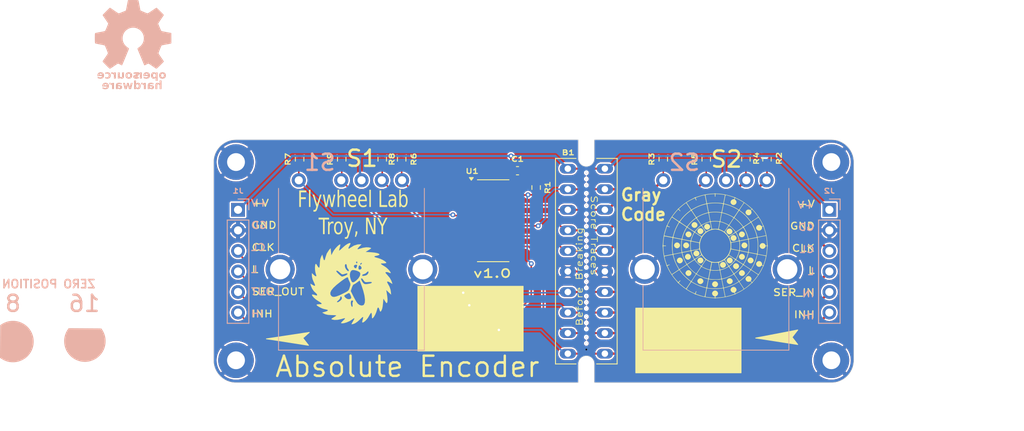
<source format=kicad_pcb>
(kicad_pcb (version 20240108) (generator "pcbnew") (generator_version "8.0")
  (layers (0 "F.Cu" signal) (31 "B.Cu" signal) (34 "B.Paste" user) (35 "F.Paste" user) (36 "B.SilkS" user "B.Silkscreen") (37 "F.SilkS" user "F.Silkscreen") (38 "B.Mask" user) (39 "F.Mask" user) (44 "Edge.Cuts" user))
  (net 0 "")
  (net 1 "GND")
  (net 2 "/LOAD")
  (net 3 "/SER_OUT")
  (net 4 "/CLK")
  (net 5 "VDD")
  (net 6 "/INH")
  (net 7 "/D0")
  (net 8 "/D1")
  (net 9 "/SER_IN")
  (net 10 "/D2")
  (net 11 "/D3")
  (net 12 "/D4")
  (net 13 "/D5")
  (net 14 "/D6")
  (net 16 "/D7")
  (footprint "Package_SO:SOIC-16_3.9x9.9mm_P1.27mm" (layer "F.Cu") (at 204.5 70)
    (property "Reference" "U1" (at -2.6 -6.119806 0) (layer "F.SilkS") (effects (font (size 0.6 0.8))))
    (property "Value" "74LS165")
    (pad "1" smd roundrect (at -2.475 -4.445) (size 1.95 0.6) (layers "F.Cu" "F.Paste" "F.Mask") (net 2 "/LOAD"))
    (pad "2" smd roundrect (at -2.475 -3.175) (size 1.95 0.6) (layers "F.Cu" "F.Paste" "F.Mask") (net 4 "/CLK"))
    (pad "3" smd roundrect (at -2.475 -1.905) (size 1.95 0.6) (layers "F.Cu" "F.Paste" "F.Mask") (net 12 "/D4"))
    (pad "4" smd roundrect (at -2.475 -0.635) (size 1.95 0.6) (layers "F.Cu" "F.Paste" "F.Mask") (net 13 "/D5"))
    (pad "5" smd roundrect (at -2.475 0.635) (size 1.95 0.6) (layers "F.Cu" "F.Paste" "F.Mask") (net 14 "/D6"))
    (pad "6" smd roundrect (at -2.475 1.905) (size 1.95 0.6) (layers "F.Cu" "F.Paste" "F.Mask") (net 16 "/D7"))
    (pad "7" smd roundrect (at -2.475 3.175) (size 1.95 0.6) (layers "F.Cu" "F.Paste" "F.Mask"))
    (pad "8" smd roundrect (at -2.475 4.445) (size 1.95 0.6) (layers "F.Cu" "F.Paste" "F.Mask") (net 1 "GND"))
    (pad "9" smd roundrect (at 2.475 4.445) (size 1.95 0.6) (layers "F.Cu" "F.Paste" "F.Mask") (net 3 "/SER_OUT"))
    (pad "10" smd roundrect (at 2.475 3.175) (size 1.95 0.6) (layers "F.Cu" "F.Paste" "F.Mask") (net 9 "/SER_IN"))
    (pad "11" smd roundrect (at 2.475 1.905) (size 1.95 0.6) (layers "F.Cu" "F.Paste" "F.Mask") (net 7 "/D0"))
    (pad "12" smd roundrect (at 2.475 0.635) (size 1.95 0.6) (layers "F.Cu" "F.Paste" "F.Mask") (net 8 "/D1"))
    (pad "13" smd roundrect (at 2.475 -0.635) (size 1.95 0.6) (layers "F.Cu" "F.Paste" "F.Mask") (net 10 "/D2"))
    (pad "14" smd roundrect (at 2.475 -1.905) (size 1.95 0.6) (layers "F.Cu" "F.Paste" "F.Mask") (net 11 "/D3"))
    (pad "15" smd roundrect (at 2.475 -3.175) (size 1.95 0.6) (layers "F.Cu" "F.Paste" "F.Mask") (net 6 "/INH"))
    (pad "16" smd roundrect (at 2.475 -4.445) (size 1.95 0.6) (layers "F.Cu" "F.Paste" "F.Mask") (net 5 "VDD"))
  )
  (footprint "MountingHole:MountingHole_2.2mm_M2_Pad_TopBottom" (layer "F.Cu") (at 172.75 62.75)
    (property "Reference" "H4" (hide yes))
    (property "Value" "Mount PTH")
    (pad "1" thru_hole circle (at 0 0) (size 2.6 2.6) (drill 2.2) (layers "*.Cu" "*.Mask") (net 1 "GND"))
    (pad "1" connect circle (at 0 0) (size 4.4 4.4) (layers "F.Cu" "F.Mask") (net 1 "GND"))
    (pad "1" connect circle (at 0 0) (size 4.4 4.4) (layers "B.Cu" "B.Mask") (net 1 "GND"))
  )
  (footprint "AbsoluteEncoder:Breakaway_10pos" (layer "F.Cu") (at 213.714 63.57)
    (property "Reference" "B1" (at 0.048 -1.99 180) (layer "F.SilkS") (effects (font (size 0.6 0.8))))
    (property "Value" "~")
    (fp_line (start 1 0) (end 3.572 -0.006934) (stroke (width 0.25)) (layer "F.Cu"))
    (fp_line (start 1 2.54) (end 3.572 2.533066) (stroke (width 0.25)) (layer "F.Cu"))
    (fp_line (start 1 5.08) (end 3.572 5.073066) (stroke (width 0.25)) (layer "F.Cu"))
    (fp_line (start 1 7.62) (end 3.572 7.613066) (stroke (width 0.25)) (layer "F.Cu"))
    (fp_line (start 1 10.16) (end 3.572 10.153066) (stroke (width 0.25)) (layer "F.Cu"))
    (fp_line (start 1 12.7) (end 3.572 12.693066) (stroke (width 0.25)) (layer "F.Cu"))
    (fp_line (start 1 15.24) (end 3.572 15.233066) (stroke (width 0.25)) (layer "F.Cu"))
    (fp_line (start 1 17.78) (end 3.572 17.78) (stroke (width 0.25)) (layer "F.Cu"))
    (fp_line (start 1 20.32) (end 3.572 20.32) (stroke (width 0.25)) (layer "F.Cu"))
    (fp_line (start 1 22.86) (end 3.572 22.86) (stroke (width 0.25)) (layer "F.Cu"))
    (fp_text user "Score Traces" (at 2.786 3.23 -90) (layer "F.SilkS") (effects (font (size 0.762 1.016) (thickness 0.1016)) (justify left bottom)))
    (fp_text user "Before Breaking" (at 1.886 19.53 90) (layer "F.SilkS") (effects (font (size 0.762 1.016) (thickness 0.1016)) (justify left bottom)))
    (pad "" np_thru_hole custom (at 2.286 0.508) (size 0.2 0.2) (drill 0.508) (layers "F&B.Cu" "*.Mask") (options (clearance outline) (anchor circle)) (primitives))
    (pad "" np_thru_hole custom (at 2.286 1.27) (size 0.2 0.2) (drill 0.508) (layers "F&B.Cu" "*.Mask") (options (clearance outline) (anchor circle)) (primitives))
    (pad "" np_thru_hole custom (at 2.286 2.032) (size 0.2 0.2) (drill 0.508) (layers "F&B.Cu" "*.Mask") (options (clearance outline) (anchor circle)) (primitives))
    (pad "" np_thru_hole custom (at 2.286 3.048) (size 0.2 0.2) (drill 0.508) (layers "F&B.Cu" "*.Mask") (options (clearance outline) (anchor circle)) (primitives))
    (pad "" np_thru_hole custom (at 2.286 3.81) (size 0.2 0.2) (drill 0.508) (layers "F&B.Cu" "*.Mask") (options (clearance outline) (anchor circle)) (primitives))
    (pad "" np_thru_hole custom (at 2.286 4.572) (size 0.2 0.2) (drill 0.508) (layers "F&B.Cu" "*.Mask") (options (clearance outline) (anchor circle)) (primitives))
    (pad "" np_thru_hole custom (at 2.286 5.588) (size 0.2 0.2) (drill 0.508) (layers "F&B.Cu" "*.Mask") (options (clearance outline) (anchor circle)) (primitives))
    (pad "" np_thru_hole custom (at 2.286 6.35) (size 0.2 0.2) (drill 0.508) (layers "F&B.Cu" "*.Mask") (options (clearance outline) (anchor circle)) (primitives))
    (pad "" np_thru_hole custom (at 2.286 7.112) (size 0.2 0.2) (drill 0.508) (layers "F&B.Cu" "*.Mask") (options (clearance outline) (anchor circle)) (primitives))
    (pad "" np_thru_hole custom (at 2.286 8.128) (size 0.2 0.2) (drill 0.508) (layers "F&B.Cu" "*.Mask") (options (clearance outline) (anchor circle)) (primitives))
    (pad "" np_thru_hole custom (at 2.286 8.89) (size 0.2 0.2) (drill 0.508) (layers "F&B.Cu" "*.Mask") (options (clearance outline) (anchor circle)) (primitives))
    (pad "" np_thru_hole custom (at 2.286 9.652) (size 0.2 0.2) (drill 0.508) (layers "F&B.Cu" "*.Mask") (options (clearance outline) (anchor circle)) (primitives))
    (pad "" np_thru_hole custom (at 2.286 10.668) (size 0.2 0.2) (drill 0.508) (layers "F&B.Cu" "*.Mask") (options (clearance outline) (anchor circle)) (primitives))
    (pad "" np_thru_hole custom (at 2.286 11.43) (size 0.2 0.2) (drill 0.508) (layers "F&B.Cu" "*.Mask") (options (clearance outline) (anchor circle)) (primitives))
    (pad "" np_thru_hole custom (at 2.286 12.192) (size 0.2 0.2) (drill 0.508) (layers "F&B.Cu" "*.Mask") (options (clearance outline) (anchor circle)) (primitives))
    (pad "" np_thru_hole custom (at 2.286 13.208) (size 0.2 0.2) (drill 0.508) (layers "F&B.Cu" "*.Mask") (options (clearance outline) (anchor circle)) (primitives))
    (pad "" np_thru_hole custom (at 2.286 13.97) (size 0.2 0.2) (drill 0.508) (layers "F&B.Cu" "*.Mask") (options (clearance outline) (anchor circle)) (primitives))
    (pad "" np_thru_hole custom (at 2.286 14.732) (size 0.2 0.2) (drill 0.508) (layers "F&B.Cu" "*.Mask") (options (clearance outline) (anchor circle)) (primitives))
    (pad "" np_thru_hole custom (at 2.286 15.748) (size 0.2 0.2) (drill 0.508) (layers "F&B.Cu" "*.Mask") (options (clearance outline) (anchor circle)) (primitives))
    (pad "" np_thru_hole custom (at 2.286 16.51) (size 0.2 0.2) (drill 0.508) (layers "F&B.Cu" "*.Mask") (options (clearance outline) (anchor circle)) (primitives))
    (pad "" np_thru_hole custom (at 2.286 17.272) (size 0.2 0.2) (drill 0.508) (layers "F&B.Cu" "*.Mask") (options (clearance outline) (anchor circle)) (primitives))
    (pad "" np_thru_hole custom (at 2.286 18.288) (size 0.2 0.2) (drill 0.508) (layers "F&B.Cu" "*.Mask") (options (clearance outline) (anchor circle)) (primitives))
    (pad "" np_thru_hole custom (at 2.286 19.05) (size 0.2 0.2) (drill 0.508) (layers "F&B.Cu" "*.Mask") (options (clearance outline) (anchor circle)) (primitives))
    (pad "" np_thru_hole custom (at 2.286 19.812) (size 0.2 0.2) (drill 0.508) (layers "F&B.Cu" "*.Mask") (options (clearance outline) (anchor circle)) (primitives))
    (pad "" np_thru_hole custom (at 2.286 20.828) (size 0.2 0.2) (drill 0.508) (layers "F&B.Cu" "*.Mask") (options (clearance outline) (anchor circle)) (primitives))
    (pad "" np_thru_hole custom (at 2.286 21.59) (size 0.2 0.2) (drill 0.508) (layers "F&B.Cu" "*.Mask") (options (clearance outline) (anchor circle)) (primitives))
    (pad "" np_thru_hole custom (at 2.286 22.352) (size 0.2 0.2) (drill 0.508) (layers "*.Mask") (options (clearance outline) (anchor circle)) (primitives))
    (pad "1" thru_hole oval (at 0 0 270) (size 1.2 2) (drill 0.8) (layers "*.Cu" "*.Mask") (net 5 "VDD"))
    (pad "1" thru_hole oval (at 4.572 -0.006934 270) (size 1.2 2) (drill 0.8) (layers "*.Cu" "*.Mask") (net 5 "VDD"))
    (pad "2" thru_hole oval (at 0 2.54 270) (size 1.2 2) (drill 0.8) (layers "*.Cu" "*.Mask") (net 8 "/D1"))
    (pad "2" thru_hole oval (at 4.572 2.533066 270) (size 1.2 2) (drill 0.8) (layers "*.Cu" "*.Mask") (net 8 "/D1"))
    (pad "3" thru_hole oval (at 0 5.08 270) (size 1.2 2) (drill 0.8) (layers "*.Cu" "*.Mask") (net 11 "/D3"))
    (pad "3" thru_hole oval (at 4.572 5.073066 270) (size 1.2 2) (drill 0.8) (layers "*.Cu" "*.Mask") (net 11 "/D3"))
    (pad "4" thru_hole oval (at 0 7.62 270) (size 1.2 2) (drill 0.8) (layers "*.Cu" "*.Mask") (net 10 "/D2"))
    (pad "4" thru_hole oval (at 4.572 7.613066 270) (size 1.2 2) (drill 0.8) (layers "*.Cu" "*.Mask") (net 10 "/D2"))
    (pad "5" thru_hole oval (at 0 10.16 270) (size 1.2 2) (drill 0.8) (layers "*.Cu" "*.Mask") (net 7 "/D0"))
    (pad "5" thru_hole oval (at 4.572 10.153066 270) (size 1.2 2) (drill 0.8) (layers "*.Cu" "*.Mask") (net 7 "/D0"))
    (pad "6" thru_hole oval (at 0 12.7 270) (size 1.2 2) (drill 0.8) (layers "*.Cu" "*.Mask") (net 1 "GND"))
    (pad "6" thru_hole oval (at 4.572 12.693066 270) (size 1.2 2) (drill 0.8) (layers "*.Cu" "*.Mask") (net 1 "GND"))
    (pad "7" thru_hole oval (at 0 15.24 270) (size 1.2 2) (drill 0.8) (layers "*.Cu" "*.Mask") (net 4 "/CLK"))
    (pad "7" thru_hole oval (at 4.572 15.233066 270) (size 1.2 2) (drill 0.8) (layers "*.Cu" "*.Mask") (net 4 "/CLK"))
    (pad "8" thru_hole oval (at 0 17.78 270) (size 1.2 2) (drill 0.8) (layers "*.Cu" "*.Mask") (net 2 "/LOAD"))
    (pad "8" thru_hole oval (at 4.572 17.78 270) (size 1.2 2) (drill 0.8) (layers "*.Cu" "*.Mask") (net 2 "/LOAD"))
    (pad "9" thru_hole oval (at 0 20.32 270) (size 1.2 2) (drill 0.8) (layers "*.Cu" "*.Mask") (net 9 "/SER_IN"))
    (pad "9" thru_hole oval (at 4.572 20.32 270) (size 1.2 2) (drill 0.8) (layers "*.Cu" "*.Mask") (net 9 "/SER_IN"))
    (pad "10" thru_hole oval (at 0 22.86 270) (size 1.2 2) (drill 0.8) (layers "*.Cu" "*.Mask") (net 6 "/INH"))
    (pad "10" thru_hole oval (at 4.572 22.86 270) (size 1.2 2) (drill 0.8) (layers "*.Cu" "*.Mask") (net 6 "/INH"))
  )
  (footprint "Resistor_SMD:R_0603_1608Metric" (layer "F.Cu") (at 230.8 62.4 90)
    (property "Reference" "R5" (at 0 -1.43 90) (layer "F.SilkS") (effects (font (size 0.6 0.8))))
    (property "Value" "100K")
    (pad "1" smd roundrect (at -0.825 0 90) (size 0.8 0.95) (layers "F.Cu" "F.Paste" "F.Mask") (net 11 "/D3"))
    (pad "2" smd roundrect (at 0.825 0 90) (size 0.8 0.95) (layers "F.Cu" "F.Paste" "F.Mask") (net 1 "GND"))
  )
  (footprint "MountingHole:MountingHole_2.2mm_M2_Pad_TopBottom" (layer "F.Cu") (at 246.25 87.25)
    (property "Reference" "H1" (hide yes))
    (property "Value" "Mount PTH")
    (pad "1" thru_hole circle (at 0 0) (size 2.6 2.6) (drill 2.2) (layers "*.Cu" "*.Mask") (net 1 "GND"))
    (pad "1" connect circle (at 0 0) (size 4.4 4.4) (layers "F.Cu" "F.Mask") (net 1 "GND"))
    (pad "1" connect circle (at 0 0) (size 4.4 4.4) (layers "B.Cu" "B.Mask") (net 1 "GND"))
  )
  (footprint "Resistor_SMD:R_0603_1608Metric" (layer "F.Cu") (at 193.2 62.4 90)
    (property "Reference" "R6" (at 0 1.5 90) (layer "F.SilkS") (effects (font (size 0.6 0.8))))
    (property "Value" "100K")
    (pad "1" smd roundrect (at -0.825 0 90) (size 0.8 0.95) (layers "F.Cu" "F.Paste" "F.Mask") (net 12 "/D4"))
    (pad "2" smd roundrect (at 0.825 0 90) (size 0.8 0.95) (layers "F.Cu" "F.Paste" "F.Mask") (net 1 "GND"))
  )
  (footprint "Resistor_SMD:R_0603_1608Metric" (layer "F.Cu") (at 180.6 62.4 90)
    (property "Reference" "R7" (at 0 -1.43 90) (layer "F.SilkS") (effects (font (size 0.6 0.8))))
    (property "Value" "100K")
    (pad "1" smd roundrect (at -0.825 0 90) (size 0.8 0.95) (layers "F.Cu" "F.Paste" "F.Mask") (net 13 "/D5"))
    (pad "2" smd roundrect (at 0.825 0 90) (size 0.8 0.95) (layers "F.Cu" "F.Paste" "F.Mask") (net 1 "GND"))
  )
  (footprint "Resistor_SMD:R_0603_1608Metric" (layer "F.Cu") (at 185.8 62.4 90)
    (property "Reference" "R9" (at 0 -1.43 90) (layer "F.SilkS") (effects (font (size 0.6 0.8))))
    (property "Value" "100K")
    (pad "1" smd roundrect (at -0.825 0 90) (size 0.8 0.95) (layers "F.Cu" "F.Paste" "F.Mask") (net 16 "/D7"))
    (pad "2" smd roundrect (at 0.825 0 90) (size 0.8 0.95) (layers "F.Cu" "F.Paste" "F.Mask") (net 1 "GND"))
  )
  (footprint "MountingHole:MountingHole_2.2mm_M2_Pad_TopBottom" (layer "F.Cu") (at 172.75 87.25)
    (property "Reference" "H3" (hide yes))
    (property "Value" "Mount PTH")
    (pad "1" thru_hole circle (at 0 0) (size 2.6 2.6) (drill 2.2) (layers "*.Cu" "*.Mask") (net 1 "GND"))
    (pad "1" connect circle (at 0 0) (size 4.4 4.4) (layers "F.Cu" "F.Mask") (net 1 "GND"))
    (pad "1" connect circle (at 0 0) (size 4.4 4.4) (layers "B.Cu" "B.Mask") (net 1 "GND"))
  )
  (footprint "Flywheel:GrayCodeWheel" (layer "F.Cu") (at 231.9 73.1 180)
    (property "Reference" "G***" (hide yes))
    (property "Value" "LOGO" (hide yes))
  )
  (footprint "Resistor_SMD:R_0603_1608Metric" (layer "F.Cu") (at 235.7 62.4 90)
    (property "Reference" "R4" (at 0.1 1.3 90) (layer "F.SilkS") (effects (font (size 0.6 0.8))))
    (property "Value" "100K")
    (pad "1" smd roundrect (at -0.825 0 90) (size 0.8 0.95) (layers "F.Cu" "F.Paste" "F.Mask") (net 10 "/D2"))
    (pad "2" smd roundrect (at 0.825 0 90) (size 0.8 0.95) (layers "F.Cu" "F.Paste" "F.Mask") (net 1 "GND"))
  )
  (footprint "Resistor_SMD:R_0603_1608Metric" (layer "F.Cu") (at 225.5 62.4 90)
    (property "Reference" "R3" (at 0 -1.43 90) (layer "F.SilkS") (effects (font (size 0.6 0.8))))
    (property "Value" "100K")
    (pad "1" smd roundrect (at -0.825 0 90) (size 0.8 0.95) (layers "F.Cu" "F.Paste" "F.Mask") (net 8 "/D1"))
    (pad "2" smd roundrect (at 0.825 0 90) (size 0.8 0.95) (layers "F.Cu" "F.Paste" "F.Mask") (net 1 "GND"))
  )
  (footprint "Resistor_SMD:R_0603_1608Metric" (layer "F.Cu") (at 209.8 65.9 -90)
    (property "Reference" "R1" (at 0 -1.43 -90) (layer "F.SilkS") (effects (font (size 0.6 0.8))))
    (property "Value" "100K")
    (pad "1" smd roundrect (at -0.825 0 270) (size 0.8 0.95) (layers "F.Cu" "F.Paste" "F.Mask") (net 1 "GND"))
    (pad "2" smd roundrect (at 0.825 0 270) (size 0.8 0.95) (layers "F.Cu" "F.Paste" "F.Mask") (net 6 "/INH"))
  )
  (footprint "Capacitor_SMD:C_0603_1608Metric" (layer "F.Cu") (at 207.5 63.819804)
    (property "Reference" "C1" (at 0 -1.43 0) (layer "F.SilkS") (effects (font (size 0.6 0.8))))
    (property "Value" "0.1uF")
    (pad "1" smd roundrect (at -0.775 0) (size 0.9 0.95) (layers "F.Cu" "F.Paste" "F.Mask") (net 5 "VDD"))
    (pad "2" smd roundrect (at 0.775 0) (size 0.9 0.95) (layers "F.Cu" "F.Paste" "F.Mask") (net 1 "GND"))
  )
  (footprint "Resistor_SMD:R_0603_1608Metric" (layer "F.Cu") (at 190.8 62.4 90)
    (property "Reference" "R8" (at 0 1.2 90) (layer "F.SilkS") (effects (font (size 0.6 0.8))))
    (property "Value" "100K")
    (pad "1" smd roundrect (at -0.825 0 90) (size 0.8 0.95) (layers "F.Cu" "F.Paste" "F.Mask") (net 14 "/D6"))
    (pad "2" smd roundrect (at 0.825 0 90) (size 0.8 0.95) (layers "F.Cu" "F.Paste" "F.Mask") (net 1 "GND"))
  )
  (footprint "Resistor_SMD:R_0603_1608Metric" (layer "F.Cu") (at 238.3 62.4 90)
    (property "Reference" "R2" (at 0.1 1.5 90) (layer "F.SilkS") (effects (font (size 0.6 0.8) (thickness 0.15) (bold yes))))
    (property "Value" "100K")
    (pad "1" smd roundrect (at -0.825 0 90) (size 0.8 0.95) (layers "F.Cu" "F.Paste" "F.Mask") (net 7 "/D0"))
    (pad "2" smd roundrect (at 0.825 0 90) (size 0.8 0.95) (layers "F.Cu" "F.Paste" "F.Mask") (net 1 "GND"))
  )
  (footprint "MountingHole:MountingHole_2.2mm_M2_Pad_TopBottom" (layer "F.Cu") (at 246.25 62.75)
    (property "Reference" "H2" (hide yes))
    (property "Value" "Mount PTH")
    (pad "1" thru_hole circle (at 0 0) (size 2.6 2.6) (drill 2.2) (layers "*.Cu" "*.Mask") (net 1 "GND"))
    (pad "1" connect circle (at 0 0) (size 4.4 4.4) (layers "F.Cu" "F.Mask") (net 1 "GND"))
    (pad "1" connect circle (at 0 0) (size 4.4 4.4) (layers "B.Cu" "B.Mask") (net 1 "GND"))
  )
  (footprint "Flywheel:Flywheel_Logo" (layer "F.Cu") (at 187 77.8)
    (property "Reference" "G***" (hide yes))
    (property "Value" "LOGO" (hide yes))
  )
  (footprint "AbsoluteEncoder:PAC18R" (layer "B.Cu") (at 187 65)
    (property "Reference" "S1" (at -3.9 -2.2 0) (layer "B.SilkS") (effects (font (size 2 2) (thickness 0.3)) (justify mirror)))
    (property "Value" "~")
    (pad "1" thru_hole circle (at 6.249999 0) (size 1.75 1.75) (drill 1) (layers "*.Cu" "*.Mask") (net 12 "/D4"))
    (pad "2" thru_hole circle (at -6.5 0) (size 1.75 1.75) (drill 1) (layers "*.Cu" "*.Mask") (net 13 "/D5"))
    (pad "3" thru_hole circle (at 3.749999 0) (size 1.75 1.75) (drill 1) (layers "*.Cu" "*.Mask") (net 14 "/D6"))
    (pad "4" thru_hole circle (at -1.249999 0) (size 1.75 1.75) (drill 1) (layers "*.Cu" "*.Mask") (net 16 "/D7"))
    (pad "5" thru_hole circle (at 1.249999 0) (size 1.75 1.75) (drill 1) (layers "*.Cu" "*.Mask") (net 5 "VDD"))
    (pad "6" thru_hole circle (at -8.8 11) (size 3.6 3.6) (drill 2.5) (layers "*.Cu" "*.Mask") (net 1 "GND"))
    (pad "6" thru_hole circle (at 8.8 11) (size 3.6 3.6) (drill 2.5) (layers "*.Cu" "*.Mask") (net 1 "GND"))
  )
  (footprint "Flywheel:oshwa-logo-gear" (layer "B.Cu") (at 160.05 47 180)
    (property "Reference" "G***" (hide yes))
    (property "Value" "LOGO" (hide yes))
  )
  (footprint "Connector_PinHeader_2.54mm:PinHeader_1x06_P2.54mm_Vertical" (layer "B.Cu") (at 173 68.65 180)
    (property "Reference" "J1" (at 0 2.33 0) (layer "B.SilkS") (effects (font (size 0.6 0.8)) (justify mirror)))
    (property "Value" "PISO_OUT")
    (pad "1" thru_hole rect (at 0 0 180) (size 1.7 1.7) (drill 1) (layers "*.Cu" "*.Mask") (net 5 "VDD"))
    (pad "2" thru_hole oval (at 0 -2.54 180) (size 1.7 1.7) (drill 1) (layers "*.Cu" "*.Mask") (net 1 "GND"))
    (pad "3" thru_hole oval (at 0 -5.079999 180) (size 1.7 1.7) (drill 1) (layers "*.Cu" "*.Mask") (net 4 "/CLK"))
    (pad "4" thru_hole oval (at 0 -7.62 180) (size 1.7 1.7) (drill 1) (layers "*.Cu" "*.Mask") (net 2 "/LOAD"))
    (pad "5" thru_hole oval (at 0 -10.16 180) (size 1.7 1.7) (drill 1) (layers "*.Cu" "*.Mask") (net 3 "/SER_OUT"))
    (pad "6" thru_hole oval (at 0 -12.7 180) (size 1.7 1.7) (drill 1) (layers "*.Cu" "*.Mask") (net 6 "/INH"))
  )
  (footprint "Connector_PinHeader_2.54mm:PinHeader_1x06_P2.54mm_Vertical" (layer "B.Cu") (at 246 68.65 180)
    (property "Reference" "J2" (at 0 2.33 0) (layer "B.SilkS") (effects (font (size 0.6 0.8)) (justify mirror)))
    (property "Value" "PISO_IN")
    (pad "1" thru_hole rect (at 0 0 180) (size 1.7 1.7) (drill 1) (layers "*.Cu" "*.Mask") (net 5 "VDD"))
    (pad "2" thru_hole oval (at 0 -2.54 180) (size 1.7 1.7) (drill 1) (layers "*.Cu" "*.Mask") (net 1 "GND"))
    (pad "3" thru_hole oval (at 0 -5.08 180) (size 1.7 1.7) (drill 1) (layers "*.Cu" "*.Mask") (net 4 "/CLK"))
    (pad "4" thru_hole oval (at 0 -7.62 180) (size 1.7 1.7) (drill 1) (layers "*.Cu" "*.Mask") (net 2 "/LOAD"))
    (pad "5" thru_hole oval (at 0 -10.16 180) (size 1.7 1.7) (drill 1) (layers "*.Cu" "*.Mask") (net 9 "/SER_IN"))
    (pad "6" thru_hole oval (at 0 -12.7 180) (size 1.7 1.7) (drill 1) (layers "*.Cu" "*.Mask") (net 6 "/INH"))
  )
  (footprint "AbsoluteEncoder:PAC18R" (layer "B.Cu") (at 232 65)
    (property "Reference" "S2" (at -3.9 -2.2 0) (layer "B.SilkS") (effects (font (size 2 2) (thickness 0.3)) (justify mirror)))
    (property "Value" "~")
    (pad "1" thru_hole circle (at 6.249999 0) (size 1.75 1.75) (drill 1) (layers "*.Cu" "*.Mask") (net 7 "/D0"))
    (pad "2" thru_hole circle (at -6.5 0) (size 1.75 1.75) (drill 1) (layers "*.Cu" "*.Mask") (net 8 "/D1"))
    (pad "3" thru_hole circle (at 3.749999 0) (size 1.75 1.75) (drill 1) (layers "*.Cu" "*.Mask") (net 10 "/D2"))
    (pad "4" thru_hole circle (at -1.249999 0) (size 1.75 1.75) (drill 1) (layers "*.Cu" "*.Mask") (net 11 "/D3"))
    (pad "5" thru_hole circle (at 1.249999 0) (size 1.75 1.75) (drill 1) (layers "*.Cu" "*.Mask") (net 5 "VDD"))
    (pad "6" thru_hole circle (at -8.8 11) (size 3.6 3.6) (drill 2.5) (layers "*.Cu" "*.Mask") (net 1 "GND"))
    (pad "6" thru_hole circle (at 8.8 11) (size 3.6 3.6) (drill 2.5) (layers "*.Cu" "*.Mask") (net 1 "GND"))
  )
  (gr_poly (pts (arc (start 143.613885 86.936669) (mid 147.775074 84.954212) (end 143.64143 82.914942))) (fill solid) (layer "B.SilkS"))
  (gr_poly (pts (arc (start 152.092829 83.284068) (mid 154.075286 87.445257) (end 156.114556 83.311613))) (fill solid) (layer "B.SilkS"))
  (gr_poly (pts (xy 237.6 84.6) (xy 242.1 85.3) (xy 241.4 84.4) (xy 242.1 83.5) (xy 236.9 84.5)) (stroke (width 0.1)) (fill solid) (layer "F.SilkS"))
  (gr_rect (start 195.2 78.1) (end 208.2 86.1) (stroke (width 0.1)) (fill solid) (layer "F.SilkS"))
  (gr_poly (pts (xy 177.2 84.7) (xy 181.7 85.4) (xy 181 84.5) (xy 181.8 83.8) (xy 176.5 84.6)) (stroke (width 0.1)) (fill solid) (layer "F.SilkS"))
  (gr_rect (start 222.1 80.8) (end 235.1 88.8) (stroke (width 0.1)) (fill solid) (layer "F.SilkS"))
  (gr_arc (start 215 87.7) (mid 216 86.7) (end 217 87.7) (stroke (width 0.05)) (layer "Edge.Cuts"))
  (gr_line (start 216.999999 60) (end 246.25 60) (stroke (width 0.05)) (layer "Edge.Cuts"))
  (gr_arc (start 170 62.75) (mid 170.805456 60.805456) (end 172.75 60) (stroke (width 0.05)) (layer "Edge.Cuts"))
  (gr_line (start 249 87.25) (end 249 62.75) (stroke (width 0.05)) (layer "Edge.Cuts"))
  (gr_line (start 217 90) (end 246.25 90) (stroke (width 0.05)) (layer "Edge.Cuts"))
  (gr_line (start 217 87.7) (end 217 90) (stroke (width 0.05)) (layer "Edge.Cuts"))
  (gr_arc (start 246.25 60) (mid 248.194544 60.805456) (end 249 62.75) (stroke (width 0.05)) (layer "Edge.Cuts"))
  (gr_arc (start 217 62.3) (mid 216 63.3) (end 215 62.3) (stroke (width 0.05)) (layer "Edge.Cuts"))
  (gr_line (start 172.75 90) (end 215 90) (stroke (width 0.05)) (layer "Edge.Cuts"))
  (gr_arc (start 249 87.25) (mid 248.194544 89.194544) (end 246.25 90) (stroke (width 0.05)) (layer "Edge.Cuts"))
  (gr_line (start 217 62.3) (end 216.999999 60) (stroke (width 0.05)) (layer "Edge.Cuts"))
  (gr_line (start 215 62.3) (end 215 60) (stroke (width 0.05)) (layer "Edge.Cuts"))
  (gr_line (start 172.75 60) (end 215 60) (stroke (width 0.05)) (layer "Edge.Cuts"))
  (gr_line (start 215 87.7) (end 215 90) (stroke (width 0.05)) (layer "Edge.Cuts"))
  (gr_arc (start 172.75 90) (mid 170.805456 89.194544) (end 170 87.25) (stroke (width 0.05)) (layer "Edge.Cuts"))
  (gr_line (start 170 62.75) (end 170 87.25) (stroke (width 0.05)) (layer "Edge.Cuts"))
  (gr_text "8" (at 145.213885 81.406562 0) (layer "B.SilkS") (effects (font (size 2 2) (thickness 0.3)) (justify bottom mirror)))
  (gr_text "+V\n\nGD\n\nCL\n\nL\n\nOUT\n\nIH" (at 174.5 82 0) (layer "B.SilkS") (effects (font (size 0.85 1)) (justify right bottom mirror)))
  (gr_text "open" (at 162.2 52.6 0) (layer "B.SilkS") (effects (font (size 1 1) (thickness 0.2) (bold yes)) (justify bottom mirror)))
  (gr_text "+V\n\nGD\n\nCL\n\nL\n\nIN\n\nIH" (at 244.25 82.25 0) (layer "B.SilkS") (effects (font (size 0.85 1)) (justify left bottom mirror)))
  (gr_text "source" (at 158.2 52.6 0) (layer "B.SilkS") (effects (font (size 1 1) (thickness 0.2) (bold yes)) (justify bottom mirror)))
  (gr_text "16" (at 154.013885 81.406562 0) (layer "B.SilkS") (effects (font (size 2 2) (thickness 0.3)) (justify bottom mirror)))
  (gr_text "hardware" (at 159.925 53.9 0) (layer "B.SilkS") (effects (font (size 1 1) (thickness 0.2) (bold yes)) (justify bottom mirror)))
  (gr_text "ZERO POSITION" (at 149.613885 78.406562 0) (layer "B.SilkS") (effects (font (size 1 1) (thickness 0.2) (bold yes)) (justify bottom mirror)))
  (gr_text "S2" (at 233.3 62.4 0) (layer "F.SilkS") (effects (font (size 2 2) (thickness 0.3))))
  (gr_text "S1" (at 188.3 62.3 0) (layer "F.SilkS") (effects (font (size 2 2) (thickness 0.3))))
  (gr_text "Gray\nCode" (at 220.1 70.1 0) (layer "F.SilkS") (effects (font (size 1.5 1.5) (thickness 0.3) (bold yes)) (justify left bottom)))
  (gr_text "+V\n\nGND\n\nCLK\n\nL\n\nSER_OUT\n\nINH" (at 174.6 82 0) (layer "F.SilkS") (effects (font (size 0.85 1)) (justify left bottom)))
  (gr_text "Flywheel Lab\nTroy, NY" (at 187.2 72 0) (layer "F.SilkS") (effects (font (size 2 1.5) (thickness 0.1)) (justify bottom)))
  (gr_text "+V\n\nGND\n\nCLK\n\nL\n\nSER_IN\n\nINH" (at 244.3 82.1 0) (layer "F.SilkS") (effects (font (size 0.85 1)) (justify right bottom)))
  (gr_text "v1.0" (at 201.9 77.1 0) (layer "F.SilkS") (effects (font (size 1 1.5) (thickness 0.2) (bold yes)) (justify left bottom)))
  (gr_text "Absolute Encoder" (at 177.4 89.5 0) (layer "F.SilkS") (effects (font (size 2.5 2.5) (thickness 0.3)) (justify left bottom)))
  (segment (start 240.92 81.35) (end 246 76.27) (width 0.3) (layer "F.Cu") (net 2))
  (segment (start 205.1 76.9) (end 205.1 67.8) (width 0.2) (layer "F.Cu") (net 2))
  (segment (start 201.55 80.45) (end 205.1 76.9) (width 0.2) (layer "F.Cu") (net 2))
  (segment (start 177.23 80.5) (end 201.5 80.5) (width 0.2) (layer "F.Cu") (net 2))
  (segment (start 201.5 80.5) (end 201.55 80.45) (width 0.2) (layer "F.Cu") (net 2))
  (segment (start 218.286 81.35) (end 240.92 81.35) (width 0.3) (layer "F.Cu") (net 2))
  (segment (start 173 76.27) (end 177.23 80.5) (width 0.2) (layer "F.Cu") (net 2))
  (segment (start 205.1 67.8) (end 202.855 65.555) (width 0.2) (layer "F.Cu") (net 2))
  (segment (start 202.855 65.555) (end 202.025 65.555) (width 0.2) (layer "F.Cu") (net 2))
  (via (at 201.55 80.45) (size 0.6) (drill 0.3) (layers "F.Cu" "B.Cu") (net 2))
  (segment (start 212.814 80.45) (end 201.55 80.45) (width 0.2) (layer "B.Cu") (net 2))
  (segment (start 213.714 81.35) (end 212.814 80.45) (width 0.2) (layer "B.Cu") (net 2))
  (segment (start 206.975 78.025) (end 206.975 74.445) (width 0.2) (layer "F.Cu") (net 3))
  (segment (start 173 78.81) (end 176.19 82) (width 0.2) (layer "F.Cu") (net 3))
  (segment (start 176.19 82) (end 203 82) (width 0.2) (layer "F.Cu") (net 3))
  (segment (start 203 82) (end 206.975 78.025) (width 0.2) (layer "F.Cu") (net 3))
  (segment (start 200.7 79) (end 200.8 78.9) (width 0.2) (layer "F.Cu") (net 4))
  (segment (start 245.07 72.8) (end 246 73.73) (width 0.3) (layer "F.Cu") (net 4))
  (segment (start 233.3 72.8) (end 245.07 72.8) (width 0.3) (layer "F.Cu") (net 4))
  (segment (start 173 74) (end 178 79) (width 0.2) (layer "F.Cu") (net 4))
  (segment (start 227.296934 78.803066) (end 233.3 72.8) (width 0.3) (layer "F.Cu") (net 4))
  (segment (start 204 75.7) (end 204 67.9) (width 0.2) (layer "F.Cu") (net 4))
  (segment (start 200.8 78.9) (end 204 75.7) (width 0.2) (layer "F.Cu") (net 4))
  (segment (start 173 73.729999) (end 173 74) (width 0.2) (layer "F.Cu") (net 4))
  (segment (start 178 79) (end 200.7 79) (width 0.2) (layer "F.Cu") (net 4))
  (segment (start 218.286 78.803066) (end 227.296934 78.803066) (width 0.3) (layer "F.Cu") (net 4))
  (segment (start 202.925 66.825) (end 202.025 66.825) (width 0.2) (layer "F.Cu") (net 4))
  (segment (start 204 67.9) (end 202.925 66.825) (width 0.2) (layer "F.Cu") (net 4))
  (via (at 200.8 78.9) (size 0.6) (drill 0.3) (layers "F.Cu" "B.Cu") (net 4))
  (segment (start 213.714 78.81) (end 213.624 78.9) (width 0.2) (layer "B.Cu") (net 4))
  (segment (start 213.624 78.9) (end 200.8 78.9) (width 0.2) (layer "B.Cu") (net 4))
  (segment (start 206.975 65.555) (end 206.7 65.28) (width 0.3) (layer "F.Cu") (net 5))
  (segment (start 206.7 63.844804) (end 206.725 63.819804) (width 0.3) (layer "F.Cu") (net 5))
  (segment (start 206.7 62) (end 206.725 62.025) (width 0.3) (layer "F.Cu") (net 5))
  (segment (start 206.725 62.025) (end 206.725 63.819804) (width 0.3) (layer "F.Cu") (net 5))
  (segment (start 206.7 65.28) (end 206.7 63.844804) (width 0.3) (layer "F.Cu") (net 5))
  (via (at 206.7 62) (size 0.6) (drill 0.3) (layers "F.Cu" "B.Cu") (net 5))
  (segment (start 188.05 62) (end 179.7 62) (width 0.3) (layer "B.Cu") (net 5))
  (segment (start 206.7 62) (end 188.05 62) (width 0.3) (layer "B.Cu") (net 5))
  (segment (start 218.686934 63.563066) (end 220.25 62) (width 0.3) (layer "B.Cu") (net 5))
  (segment (start 233.05 64.819806) (end 233.05 62.05) (width 0.3) (layer "B.Cu") (net 5))
  (segment (start 206.7 62) (end 212.144 62) (width 0.3) (layer "B.Cu") (net 5))
  (segment (start 246 68.6) (end 246 68.65) (width 0.3) (layer "B.Cu") (net 5))
  (segment (start 218.286 63.563066) (end 218.686934 63.563066) (width 0.3) (layer "B.Cu") (net 5))
  (segment (start 173.05 68.65) (end 173 68.65) (width 0.3) (layer "B.Cu") (net 5))
  (segment (start 188.05 62) (end 188.05 64.819806) (width 0.3) (layer "B.Cu") (net 5))
  (segment (start 233.05 62.05) (end 233.1 62) (width 0.3) (layer "B.Cu") (net 5))
  (segment (start 220.25 62) (end 239.4 62) (width 0.3) (layer "B.Cu") (net 5))
  (segment (start 179.7 62) (end 173.05 68.65) (width 0.3) (layer "B.Cu") (net 5))
  (segment (start 212.144 62) (end 213.714 63.57) (width 0.3) (layer "B.Cu") (net 5))
  (segment (start 239.4 62) (end 246 68.6) (width 0.3) (layer "B.Cu") (net 5))
  (segment (start 209.79 66.71) (end 209.8 66.71) (width 0.2) (layer "F.Cu") (net 6))
  (segment (start 208.775 66.825) (end 206.975 66.825) (width 0.2) (layer "F.Cu") (net 6))
  (segment (start 175.15 83.5) (end 173 81.35) (width 0.2) (layer "F.Cu") (net 6))
  (segment (start 209.2 75.3) (end 209.2 79.5) (width 0.2) (layer "F.Cu") (net 6))
  (segment (start 208.8 66.8) (end 209.7 66.8) (width 0.2) (layer "F.Cu") (net 6))
  (segment (start 240.92 86.43) (end 246 81.35) (width 0.3) (layer "F.Cu") (net 6))
  (segment (start 218.286 86.43) (end 240.92 86.43) (width 0.3) (layer "F.Cu") (net 6))
  (segment (start 209.7 66.8) (end 209.79 66.71) (width 0.2) (layer "F.Cu") (net 6))
  (segment (start 208.8 66.8) (end 208.775 66.825) (width 0.2) (layer "F.Cu") (net 6))
  (segment (start 205.2 83.5) (end 175.15 83.5) (width 0.2) (layer "F.Cu") (net 6))
  (segment (start 209.2 79.5) (end 205.2 83.5) (width 0.2) (layer "F.Cu") (net 6))
  (via (at 208.8 66.8) (size 0.6) (drill 0.3) (layers "F.Cu" "B.Cu") (net 6))
  (via (at 209.2 75.3) (size 0.6) (drill 0.3) (layers "F.Cu" "B.Cu") (net 6))
  (via (at 205.2 83.5) (size 0.6) (drill 0.3) (layers "F.Cu" "B.Cu") (net 6))
  (segment (start 213.33 86.43) (end 213.714 86.43) (width 0.2) (layer "B.Cu") (net 6))
  (segment (start 210.4 83.5) (end 213.33 86.43) (width 0.2) (layer "B.Cu") (net 6))
  (segment (start 208.7 74.8) (end 208.7 66.9) (width 0.2) (layer "B.Cu") (net 6))
  (segment (start 209.2 75.3) (end 208.7 74.8) (width 0.2) (layer "B.Cu") (net 6))
  (segment (start 208.7 66.9) (end 208.8 66.8) (width 0.2) (layer "B.Cu") (net 6))
  (segment (start 205.2 83.5) (end 210.4 83.5) (width 0.2) (layer "B.Cu") (net 6))
  (segment (start 211.505 71.905) (end 206.975 71.905) (width 0.2) (layer "F.Cu") (net 7))
  (segment (start 232.7625 70.4) (end 238.249999 64.912501) (width 0.3) (layer "F.Cu") (net 7))
  (segment (start 213.33 73.73) (end 211.505 71.905) (width 0.2) (layer "F.Cu") (net 7))
  (segment (start 238.05 64.819806) (end 238.3 64.569806) (width 0.2) (layer "F.Cu") (net 7))
  (segment (start 213.714 73.73) (end 213.33 73.73) (width 0.2) (layer "F.Cu") (net 7))
  (segment (start 238.3 64.569806) (end 238.3 63.21) (width 0.2) (layer "F.Cu") (net 7))
  (segment (start 222.1 70.4) (end 232.7625 70.4) (width 0.3) (layer "F.Cu") (net 7))
  (segment (start 218.286 73.723066) (end 218.776934 73.723066) (width 0.3) (layer "F.Cu") (net 7))
  (segment (start 218.776934 73.723066) (end 222.1 70.4) (width 0.3) (layer "F.Cu") (net 7))
  (segment (start 218.286 66.103066) (end 224.309435 66.103066) (width 0.3) (layer "F.Cu") (net 8))
  (segment (start 210.05 70.635) (end 206.975 70.635) (width 0.2) (layer "F.Cu") (net 8))
  (segment (start 225.3 64.819806) (end 225.5 64.619806) (width 0.2) (layer "F.Cu") (net 8))
  (segment (start 225.5 64.619806) (end 225.5 63.225) (width 0.2) (layer "F.Cu") (net 8))
  (segment (start 224.309435 66.103066) (end 225.5 64.912501) (width 0.3) (layer "F.Cu") (net 8))
  (segment (start 225.5 63.225) (end 225.5 63.16) (width 0.2) (layer "F.Cu") (net 8))
  (segment (start 225.5 63.16) (end 225.25 62.91) (width 0.2) (layer "F.Cu") (net 8))
  (via (at 210.05 70.635) (size 0.6) (drill 0.3) (layers "F.Cu" "B.Cu") (net 8))
  (segment (start 210.05 70.635) (end 210.95 69.735) (width 0.2) (layer "B.Cu") (net 8))
  (segment (start 212.04 66.11) (end 213.714 66.11) (width 0.2) (layer "B.Cu") (net 8))
  (segment (start 210.95 69.735) (end 210.95 67.2) (width 0.2) (layer "B.Cu") (net 8))
  (segment (start 210.95 67.2) (end 212.04 66.11) (width 0.2) (layer "B.Cu") (net 8))
  (segment (start 210.7 75) (end 208.875 73.175) (width 0.2) (layer "F.Cu") (net 9))
  (segment (start 210.7 81.25) (end 210.7 75) (width 0.2) (layer "F.Cu") (net 9))
  (segment (start 218.286 83.89) (end 240.92 83.89) (width 0.3) (layer "F.Cu") (net 9))
  (segment (start 213.34 83.89) (end 210.7 81.25) (width 0.2) (layer "F.Cu") (net 9))
  (segment (start 208.875 73.175) (end 206.975 73.175) (width 0.2) (layer "F.Cu") (net 9))
  (segment (start 240.92 83.89) (end 246 78.81) (width 0.3) (layer "F.Cu") (net 9))
  (segment (start 213.714 83.89) (end 213.34 83.89) (width 0.2) (layer "F.Cu") (net 9))
  (segment (start 218.286 71.183066) (end 218.716934 71.183066) (width 0.3) (layer "F.Cu") (net 10))
  (segment (start 211.515 69.365) (end 206.975 69.365) (width 0.2) (layer "F.Cu") (net 10))
  (segment (start 213.714 71.19) (end 213.34 71.19) (width 0.2) (layer "F.Cu") (net 10))
  (segment (start 218.716934 71.183066) (end 221.2 68.7) (width 0.3) (layer "F.Cu") (net 10))
  (segment (start 231.9625 68.7) (end 235.749999 64.912501) (width 0.3) (layer "F.Cu") (net 10))
  (segment (start 235.7 64.669806) (end 235.7 63.01) (width 0.2) (layer "F.Cu") (net 10))
  (segment (start 235.55 64.819806) (end 235.7 64.669806) (width 0.2) (layer "F.Cu") (net 10))
  (segment (start 213.34 71.19) (end 211.515 69.365) (width 0.2) (layer "F.Cu") (net 10))
  (segment (start 235.7 63.01) (end 235.6 62.91) (width 0.2) (layer "F.Cu") (net 10))
  (segment (start 221.2 68.7) (end 231.9625 68.7) (width 0.3) (layer "F.Cu") (net 10))
  (segment (start 218.656934 68.643066) (end 220 67.3) (width 0.3) (layer "F.Cu") (net 11))
  (segment (start 230.55 64.819806) (end 230.8 64.569806) (width 0.2) (layer "F.Cu") (net 11))
  (segment (start 211.795 68.095) (end 212.35 68.65) (width 0.2) (layer "F.Cu") (net 11))
  (segment (start 220 67.3) (end 228.362502 67.3) (width 0.3) (layer "F.Cu") (net 11))
  (segment (start 228.362502 67.3) (end 230.750001 64.912501) (width 0.3) (layer "F.Cu") (net 11))
  (segment (start 212.35 68.65) (end 213.714 68.65) (width 0.2) (layer "F.Cu") (net 11))
  (segment (start 218.286 68.643066) (end 218.656934 68.643066) (width 0.3) (layer "F.Cu") (net 11))
  (segment (start 230.8 64.569806) (end 230.8 63.225) (width 0.2) (layer "F.Cu") (net 11))
  (segment (start 206.975 68.095) (end 211.795 68.095) (width 0.2) (layer "F.Cu") (net 11))
  (segment (start 193.049999 64.819806) (end 196.330193 68.1) (width 0.2) (layer "F.Cu") (net 12))
  (segment (start 196.330193 68.1) (end 202.02 68.1) (width 0.2) (layer "F.Cu") (net 12))
  (segment (start 193.2 63.11) (end 193 62.91) (width 0.2) (layer "F.Cu") (net 12))
  (segment (start 193.2 63.225) (end 193.2 63.11) (width 0.2) (layer "F.Cu") (net 12))
  (segment (start 202.02 68.1) (end 202.025 68.095) (width 0.2) (layer "F.Cu") (net 12))
  (segment (start 193.2 64.669806) (end 193.2 63.225) (width 0.2) (layer "F.Cu") (net 12))
  (segment (start 193.05 64.819806) (end 193.2 64.669806) (width 0.2) (layer "F.Cu") (net 12))
  (segment (start 199.615 69.365) (end 202.025 69.365) (width 0.2) (layer "F.Cu") (net 13))
  (segment (start 180.5 64.619806) (end 180.5 63.325) (width 0.2) (layer "F.Cu") (net 13))
  (segment (start 180.5 63.325) (end 180.6 63.225) (width 0.2) (layer "F.Cu") (net 13))
  (segment (start 180.3 64.819806) (end 180.5 64.619806) (width 0.2) (layer "F.Cu") (net 13))
  (segment (start 199.525 69.275) (end 199.615 69.365) (width 0.2) (layer "F.Cu") (net 13))
  (via (at 199.525 69.275) (size 0.6) (drill 0.3) (layers "F.Cu" "B.Cu") (net 13))
  (segment (start 199.525 69.275) (end 199.5 69.25) (width 0.2) (layer "B.Cu") (net 13))
  (segment (start 199.5 69.25) (end 184.730194 69.25) (width 0.2) (layer "B.Cu") (net 13))
  (segment (start 184.730194 69.25) (end 180.3 64.819806) (width 0.2) (layer "B.Cu") (net 13))
  (segment (start 190.549999 64.819806) (end 196.365193 70.635) (width 0.2) (layer "F.Cu") (net 14))
  (segment (start 190.8 64.569806) (end 190.8 63.225) (width 0.2) (layer "F.Cu") (net 14))
  (segment (start 190.55 64.819806) (end 190.8 64.569806) (width 0.2) (layer "F.Cu") (net 14))
  (segment (start 196.365193 70.635) (end 202.025 70.635) (width 0.2) (layer "F.Cu") (net 14))
  (segment (start 185.8 64.569806) (end 185.8 63.225) (width 0.2) (layer "F.Cu") (net 16))
  (segment (start 185.55 64.819806) (end 185.8 64.569806) (width 0.2) (layer "F.Cu") (net 16))
  (segment (start 192.635195 71.905) (end 202.025 71.905) (width 0.2) (layer "F.Cu") (net 16))
  (segment (start 185.550001 64.819806) (end 192.635195 71.905) (width 0.2) (layer "F.Cu") (net 16))
  (zone (net 1) (net_name "GND") (layers "F&B.Cu") (connect_pads (clearance 0.2)) (min_thickness 0.2) (fill yes (thermal_gap 0.2) (thermal_bridge_width 0.5))
    (polygon (pts (xy 167.5 58) (xy 251 57.8) (xy 251 92.3) (xy 167.5 92.5)))
  )
)
</source>
